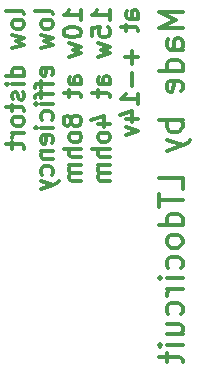
<source format=gbr>
%TF.GenerationSoftware,KiCad,Pcbnew,8.0.3*%
%TF.CreationDate,2025-07-08T18:19:17+07:00*%
%TF.ProjectId,tda2030,74646132-3033-4302-9e6b-696361645f70,rev?*%
%TF.SameCoordinates,Original*%
%TF.FileFunction,Legend,Bot*%
%TF.FilePolarity,Positive*%
%FSLAX46Y46*%
G04 Gerber Fmt 4.6, Leading zero omitted, Abs format (unit mm)*
G04 Created by KiCad (PCBNEW 8.0.3) date 2025-07-08 18:19:17*
%MOMM*%
%LPD*%
G01*
G04 APERTURE LIST*
%ADD10C,0.300000*%
G04 APERTURE END LIST*
D10*
X221989638Y-59093558D02*
X219989638Y-59093558D01*
X219989638Y-59093558D02*
X221418209Y-59760225D01*
X221418209Y-59760225D02*
X219989638Y-60426891D01*
X219989638Y-60426891D02*
X221989638Y-60426891D01*
X221989638Y-62236415D02*
X220942019Y-62236415D01*
X220942019Y-62236415D02*
X220751542Y-62141177D01*
X220751542Y-62141177D02*
X220656304Y-61950701D01*
X220656304Y-61950701D02*
X220656304Y-61569748D01*
X220656304Y-61569748D02*
X220751542Y-61379272D01*
X221894400Y-62236415D02*
X221989638Y-62045939D01*
X221989638Y-62045939D02*
X221989638Y-61569748D01*
X221989638Y-61569748D02*
X221894400Y-61379272D01*
X221894400Y-61379272D02*
X221703923Y-61284034D01*
X221703923Y-61284034D02*
X221513447Y-61284034D01*
X221513447Y-61284034D02*
X221322971Y-61379272D01*
X221322971Y-61379272D02*
X221227733Y-61569748D01*
X221227733Y-61569748D02*
X221227733Y-62045939D01*
X221227733Y-62045939D02*
X221132495Y-62236415D01*
X221989638Y-64045939D02*
X219989638Y-64045939D01*
X221894400Y-64045939D02*
X221989638Y-63855463D01*
X221989638Y-63855463D02*
X221989638Y-63474510D01*
X221989638Y-63474510D02*
X221894400Y-63284034D01*
X221894400Y-63284034D02*
X221799161Y-63188796D01*
X221799161Y-63188796D02*
X221608685Y-63093558D01*
X221608685Y-63093558D02*
X221037257Y-63093558D01*
X221037257Y-63093558D02*
X220846780Y-63188796D01*
X220846780Y-63188796D02*
X220751542Y-63284034D01*
X220751542Y-63284034D02*
X220656304Y-63474510D01*
X220656304Y-63474510D02*
X220656304Y-63855463D01*
X220656304Y-63855463D02*
X220751542Y-64045939D01*
X221894400Y-65760225D02*
X221989638Y-65569749D01*
X221989638Y-65569749D02*
X221989638Y-65188796D01*
X221989638Y-65188796D02*
X221894400Y-64998320D01*
X221894400Y-64998320D02*
X221703923Y-64903082D01*
X221703923Y-64903082D02*
X220942019Y-64903082D01*
X220942019Y-64903082D02*
X220751542Y-64998320D01*
X220751542Y-64998320D02*
X220656304Y-65188796D01*
X220656304Y-65188796D02*
X220656304Y-65569749D01*
X220656304Y-65569749D02*
X220751542Y-65760225D01*
X220751542Y-65760225D02*
X220942019Y-65855463D01*
X220942019Y-65855463D02*
X221132495Y-65855463D01*
X221132495Y-65855463D02*
X221322971Y-64903082D01*
X221989638Y-68236416D02*
X219989638Y-68236416D01*
X220751542Y-68236416D02*
X220656304Y-68426892D01*
X220656304Y-68426892D02*
X220656304Y-68807845D01*
X220656304Y-68807845D02*
X220751542Y-68998321D01*
X220751542Y-68998321D02*
X220846780Y-69093559D01*
X220846780Y-69093559D02*
X221037257Y-69188797D01*
X221037257Y-69188797D02*
X221608685Y-69188797D01*
X221608685Y-69188797D02*
X221799161Y-69093559D01*
X221799161Y-69093559D02*
X221894400Y-68998321D01*
X221894400Y-68998321D02*
X221989638Y-68807845D01*
X221989638Y-68807845D02*
X221989638Y-68426892D01*
X221989638Y-68426892D02*
X221894400Y-68236416D01*
X220656304Y-69855464D02*
X221989638Y-70331654D01*
X220656304Y-70807845D02*
X221989638Y-70331654D01*
X221989638Y-70331654D02*
X222465828Y-70141178D01*
X222465828Y-70141178D02*
X222561066Y-70045940D01*
X222561066Y-70045940D02*
X222656304Y-69855464D01*
X221989638Y-74045941D02*
X221989638Y-73093560D01*
X221989638Y-73093560D02*
X219989638Y-73093560D01*
X219989638Y-74426894D02*
X219989638Y-75569751D01*
X221989638Y-74998322D02*
X219989638Y-74998322D01*
X221989638Y-77093561D02*
X219989638Y-77093561D01*
X221894400Y-77093561D02*
X221989638Y-76903085D01*
X221989638Y-76903085D02*
X221989638Y-76522132D01*
X221989638Y-76522132D02*
X221894400Y-76331656D01*
X221894400Y-76331656D02*
X221799161Y-76236418D01*
X221799161Y-76236418D02*
X221608685Y-76141180D01*
X221608685Y-76141180D02*
X221037257Y-76141180D01*
X221037257Y-76141180D02*
X220846780Y-76236418D01*
X220846780Y-76236418D02*
X220751542Y-76331656D01*
X220751542Y-76331656D02*
X220656304Y-76522132D01*
X220656304Y-76522132D02*
X220656304Y-76903085D01*
X220656304Y-76903085D02*
X220751542Y-77093561D01*
X221989638Y-78331656D02*
X221894400Y-78141180D01*
X221894400Y-78141180D02*
X221799161Y-78045942D01*
X221799161Y-78045942D02*
X221608685Y-77950704D01*
X221608685Y-77950704D02*
X221037257Y-77950704D01*
X221037257Y-77950704D02*
X220846780Y-78045942D01*
X220846780Y-78045942D02*
X220751542Y-78141180D01*
X220751542Y-78141180D02*
X220656304Y-78331656D01*
X220656304Y-78331656D02*
X220656304Y-78617371D01*
X220656304Y-78617371D02*
X220751542Y-78807847D01*
X220751542Y-78807847D02*
X220846780Y-78903085D01*
X220846780Y-78903085D02*
X221037257Y-78998323D01*
X221037257Y-78998323D02*
X221608685Y-78998323D01*
X221608685Y-78998323D02*
X221799161Y-78903085D01*
X221799161Y-78903085D02*
X221894400Y-78807847D01*
X221894400Y-78807847D02*
X221989638Y-78617371D01*
X221989638Y-78617371D02*
X221989638Y-78331656D01*
X221894400Y-80712609D02*
X221989638Y-80522133D01*
X221989638Y-80522133D02*
X221989638Y-80141180D01*
X221989638Y-80141180D02*
X221894400Y-79950704D01*
X221894400Y-79950704D02*
X221799161Y-79855466D01*
X221799161Y-79855466D02*
X221608685Y-79760228D01*
X221608685Y-79760228D02*
X221037257Y-79760228D01*
X221037257Y-79760228D02*
X220846780Y-79855466D01*
X220846780Y-79855466D02*
X220751542Y-79950704D01*
X220751542Y-79950704D02*
X220656304Y-80141180D01*
X220656304Y-80141180D02*
X220656304Y-80522133D01*
X220656304Y-80522133D02*
X220751542Y-80712609D01*
X221989638Y-81569752D02*
X220656304Y-81569752D01*
X219989638Y-81569752D02*
X220084876Y-81474514D01*
X220084876Y-81474514D02*
X220180114Y-81569752D01*
X220180114Y-81569752D02*
X220084876Y-81664990D01*
X220084876Y-81664990D02*
X219989638Y-81569752D01*
X219989638Y-81569752D02*
X220180114Y-81569752D01*
X221989638Y-82522133D02*
X220656304Y-82522133D01*
X221037257Y-82522133D02*
X220846780Y-82617371D01*
X220846780Y-82617371D02*
X220751542Y-82712609D01*
X220751542Y-82712609D02*
X220656304Y-82903085D01*
X220656304Y-82903085D02*
X220656304Y-83093562D01*
X221894400Y-84617371D02*
X221989638Y-84426895D01*
X221989638Y-84426895D02*
X221989638Y-84045942D01*
X221989638Y-84045942D02*
X221894400Y-83855466D01*
X221894400Y-83855466D02*
X221799161Y-83760228D01*
X221799161Y-83760228D02*
X221608685Y-83664990D01*
X221608685Y-83664990D02*
X221037257Y-83664990D01*
X221037257Y-83664990D02*
X220846780Y-83760228D01*
X220846780Y-83760228D02*
X220751542Y-83855466D01*
X220751542Y-83855466D02*
X220656304Y-84045942D01*
X220656304Y-84045942D02*
X220656304Y-84426895D01*
X220656304Y-84426895D02*
X220751542Y-84617371D01*
X220656304Y-86331657D02*
X221989638Y-86331657D01*
X220656304Y-85474514D02*
X221703923Y-85474514D01*
X221703923Y-85474514D02*
X221894400Y-85569752D01*
X221894400Y-85569752D02*
X221989638Y-85760228D01*
X221989638Y-85760228D02*
X221989638Y-86045943D01*
X221989638Y-86045943D02*
X221894400Y-86236419D01*
X221894400Y-86236419D02*
X221799161Y-86331657D01*
X221989638Y-87284038D02*
X220656304Y-87284038D01*
X219989638Y-87284038D02*
X220084876Y-87188800D01*
X220084876Y-87188800D02*
X220180114Y-87284038D01*
X220180114Y-87284038D02*
X220084876Y-87379276D01*
X220084876Y-87379276D02*
X219989638Y-87284038D01*
X219989638Y-87284038D02*
X220180114Y-87284038D01*
X220656304Y-87950705D02*
X220656304Y-88712609D01*
X219989638Y-88236419D02*
X221703923Y-88236419D01*
X221703923Y-88236419D02*
X221894400Y-88331657D01*
X221894400Y-88331657D02*
X221989638Y-88522133D01*
X221989638Y-88522133D02*
X221989638Y-88712609D01*
X208581164Y-59188796D02*
X208509736Y-59045939D01*
X208509736Y-59045939D02*
X208366878Y-58974510D01*
X208366878Y-58974510D02*
X207081164Y-58974510D01*
X208581164Y-59974510D02*
X208509736Y-59831653D01*
X208509736Y-59831653D02*
X208438307Y-59760224D01*
X208438307Y-59760224D02*
X208295450Y-59688796D01*
X208295450Y-59688796D02*
X207866878Y-59688796D01*
X207866878Y-59688796D02*
X207724021Y-59760224D01*
X207724021Y-59760224D02*
X207652593Y-59831653D01*
X207652593Y-59831653D02*
X207581164Y-59974510D01*
X207581164Y-59974510D02*
X207581164Y-60188796D01*
X207581164Y-60188796D02*
X207652593Y-60331653D01*
X207652593Y-60331653D02*
X207724021Y-60403082D01*
X207724021Y-60403082D02*
X207866878Y-60474510D01*
X207866878Y-60474510D02*
X208295450Y-60474510D01*
X208295450Y-60474510D02*
X208438307Y-60403082D01*
X208438307Y-60403082D02*
X208509736Y-60331653D01*
X208509736Y-60331653D02*
X208581164Y-60188796D01*
X208581164Y-60188796D02*
X208581164Y-59974510D01*
X207581164Y-60974510D02*
X208581164Y-61260225D01*
X208581164Y-61260225D02*
X207866878Y-61545939D01*
X207866878Y-61545939D02*
X208581164Y-61831653D01*
X208581164Y-61831653D02*
X207581164Y-62117367D01*
X208581164Y-64474511D02*
X207081164Y-64474511D01*
X208509736Y-64474511D02*
X208581164Y-64331653D01*
X208581164Y-64331653D02*
X208581164Y-64045939D01*
X208581164Y-64045939D02*
X208509736Y-63903082D01*
X208509736Y-63903082D02*
X208438307Y-63831653D01*
X208438307Y-63831653D02*
X208295450Y-63760225D01*
X208295450Y-63760225D02*
X207866878Y-63760225D01*
X207866878Y-63760225D02*
X207724021Y-63831653D01*
X207724021Y-63831653D02*
X207652593Y-63903082D01*
X207652593Y-63903082D02*
X207581164Y-64045939D01*
X207581164Y-64045939D02*
X207581164Y-64331653D01*
X207581164Y-64331653D02*
X207652593Y-64474511D01*
X208581164Y-65188796D02*
X207581164Y-65188796D01*
X207081164Y-65188796D02*
X207152593Y-65117368D01*
X207152593Y-65117368D02*
X207224021Y-65188796D01*
X207224021Y-65188796D02*
X207152593Y-65260225D01*
X207152593Y-65260225D02*
X207081164Y-65188796D01*
X207081164Y-65188796D02*
X207224021Y-65188796D01*
X208509736Y-65831654D02*
X208581164Y-65974511D01*
X208581164Y-65974511D02*
X208581164Y-66260225D01*
X208581164Y-66260225D02*
X208509736Y-66403082D01*
X208509736Y-66403082D02*
X208366878Y-66474511D01*
X208366878Y-66474511D02*
X208295450Y-66474511D01*
X208295450Y-66474511D02*
X208152593Y-66403082D01*
X208152593Y-66403082D02*
X208081164Y-66260225D01*
X208081164Y-66260225D02*
X208081164Y-66045940D01*
X208081164Y-66045940D02*
X208009736Y-65903082D01*
X208009736Y-65903082D02*
X207866878Y-65831654D01*
X207866878Y-65831654D02*
X207795450Y-65831654D01*
X207795450Y-65831654D02*
X207652593Y-65903082D01*
X207652593Y-65903082D02*
X207581164Y-66045940D01*
X207581164Y-66045940D02*
X207581164Y-66260225D01*
X207581164Y-66260225D02*
X207652593Y-66403082D01*
X207581164Y-66903083D02*
X207581164Y-67474511D01*
X207081164Y-67117368D02*
X208366878Y-67117368D01*
X208366878Y-67117368D02*
X208509736Y-67188797D01*
X208509736Y-67188797D02*
X208581164Y-67331654D01*
X208581164Y-67331654D02*
X208581164Y-67474511D01*
X208581164Y-68188797D02*
X208509736Y-68045940D01*
X208509736Y-68045940D02*
X208438307Y-67974511D01*
X208438307Y-67974511D02*
X208295450Y-67903083D01*
X208295450Y-67903083D02*
X207866878Y-67903083D01*
X207866878Y-67903083D02*
X207724021Y-67974511D01*
X207724021Y-67974511D02*
X207652593Y-68045940D01*
X207652593Y-68045940D02*
X207581164Y-68188797D01*
X207581164Y-68188797D02*
X207581164Y-68403083D01*
X207581164Y-68403083D02*
X207652593Y-68545940D01*
X207652593Y-68545940D02*
X207724021Y-68617369D01*
X207724021Y-68617369D02*
X207866878Y-68688797D01*
X207866878Y-68688797D02*
X208295450Y-68688797D01*
X208295450Y-68688797D02*
X208438307Y-68617369D01*
X208438307Y-68617369D02*
X208509736Y-68545940D01*
X208509736Y-68545940D02*
X208581164Y-68403083D01*
X208581164Y-68403083D02*
X208581164Y-68188797D01*
X208581164Y-69331654D02*
X207581164Y-69331654D01*
X207866878Y-69331654D02*
X207724021Y-69403083D01*
X207724021Y-69403083D02*
X207652593Y-69474512D01*
X207652593Y-69474512D02*
X207581164Y-69617369D01*
X207581164Y-69617369D02*
X207581164Y-69760226D01*
X207581164Y-70045940D02*
X207581164Y-70617368D01*
X207081164Y-70260225D02*
X208366878Y-70260225D01*
X208366878Y-70260225D02*
X208509736Y-70331654D01*
X208509736Y-70331654D02*
X208581164Y-70474511D01*
X208581164Y-70474511D02*
X208581164Y-70617368D01*
X210996080Y-59188796D02*
X210924652Y-59045939D01*
X210924652Y-59045939D02*
X210781794Y-58974510D01*
X210781794Y-58974510D02*
X209496080Y-58974510D01*
X210996080Y-59974510D02*
X210924652Y-59831653D01*
X210924652Y-59831653D02*
X210853223Y-59760224D01*
X210853223Y-59760224D02*
X210710366Y-59688796D01*
X210710366Y-59688796D02*
X210281794Y-59688796D01*
X210281794Y-59688796D02*
X210138937Y-59760224D01*
X210138937Y-59760224D02*
X210067509Y-59831653D01*
X210067509Y-59831653D02*
X209996080Y-59974510D01*
X209996080Y-59974510D02*
X209996080Y-60188796D01*
X209996080Y-60188796D02*
X210067509Y-60331653D01*
X210067509Y-60331653D02*
X210138937Y-60403082D01*
X210138937Y-60403082D02*
X210281794Y-60474510D01*
X210281794Y-60474510D02*
X210710366Y-60474510D01*
X210710366Y-60474510D02*
X210853223Y-60403082D01*
X210853223Y-60403082D02*
X210924652Y-60331653D01*
X210924652Y-60331653D02*
X210996080Y-60188796D01*
X210996080Y-60188796D02*
X210996080Y-59974510D01*
X209996080Y-60974510D02*
X210996080Y-61260225D01*
X210996080Y-61260225D02*
X210281794Y-61545939D01*
X210281794Y-61545939D02*
X210996080Y-61831653D01*
X210996080Y-61831653D02*
X209996080Y-62117367D01*
X210924652Y-64403082D02*
X210996080Y-64260225D01*
X210996080Y-64260225D02*
X210996080Y-63974511D01*
X210996080Y-63974511D02*
X210924652Y-63831653D01*
X210924652Y-63831653D02*
X210781794Y-63760225D01*
X210781794Y-63760225D02*
X210210366Y-63760225D01*
X210210366Y-63760225D02*
X210067509Y-63831653D01*
X210067509Y-63831653D02*
X209996080Y-63974511D01*
X209996080Y-63974511D02*
X209996080Y-64260225D01*
X209996080Y-64260225D02*
X210067509Y-64403082D01*
X210067509Y-64403082D02*
X210210366Y-64474511D01*
X210210366Y-64474511D02*
X210353223Y-64474511D01*
X210353223Y-64474511D02*
X210496080Y-63760225D01*
X209996080Y-64903082D02*
X209996080Y-65474510D01*
X210996080Y-65117367D02*
X209710366Y-65117367D01*
X209710366Y-65117367D02*
X209567509Y-65188796D01*
X209567509Y-65188796D02*
X209496080Y-65331653D01*
X209496080Y-65331653D02*
X209496080Y-65474510D01*
X209996080Y-65760225D02*
X209996080Y-66331653D01*
X210996080Y-65974510D02*
X209710366Y-65974510D01*
X209710366Y-65974510D02*
X209567509Y-66045939D01*
X209567509Y-66045939D02*
X209496080Y-66188796D01*
X209496080Y-66188796D02*
X209496080Y-66331653D01*
X210996080Y-66831653D02*
X209996080Y-66831653D01*
X209496080Y-66831653D02*
X209567509Y-66760225D01*
X209567509Y-66760225D02*
X209638937Y-66831653D01*
X209638937Y-66831653D02*
X209567509Y-66903082D01*
X209567509Y-66903082D02*
X209496080Y-66831653D01*
X209496080Y-66831653D02*
X209638937Y-66831653D01*
X210924652Y-68188797D02*
X210996080Y-68045939D01*
X210996080Y-68045939D02*
X210996080Y-67760225D01*
X210996080Y-67760225D02*
X210924652Y-67617368D01*
X210924652Y-67617368D02*
X210853223Y-67545939D01*
X210853223Y-67545939D02*
X210710366Y-67474511D01*
X210710366Y-67474511D02*
X210281794Y-67474511D01*
X210281794Y-67474511D02*
X210138937Y-67545939D01*
X210138937Y-67545939D02*
X210067509Y-67617368D01*
X210067509Y-67617368D02*
X209996080Y-67760225D01*
X209996080Y-67760225D02*
X209996080Y-68045939D01*
X209996080Y-68045939D02*
X210067509Y-68188797D01*
X210996080Y-68831653D02*
X209996080Y-68831653D01*
X209496080Y-68831653D02*
X209567509Y-68760225D01*
X209567509Y-68760225D02*
X209638937Y-68831653D01*
X209638937Y-68831653D02*
X209567509Y-68903082D01*
X209567509Y-68903082D02*
X209496080Y-68831653D01*
X209496080Y-68831653D02*
X209638937Y-68831653D01*
X210924652Y-70117368D02*
X210996080Y-69974511D01*
X210996080Y-69974511D02*
X210996080Y-69688797D01*
X210996080Y-69688797D02*
X210924652Y-69545939D01*
X210924652Y-69545939D02*
X210781794Y-69474511D01*
X210781794Y-69474511D02*
X210210366Y-69474511D01*
X210210366Y-69474511D02*
X210067509Y-69545939D01*
X210067509Y-69545939D02*
X209996080Y-69688797D01*
X209996080Y-69688797D02*
X209996080Y-69974511D01*
X209996080Y-69974511D02*
X210067509Y-70117368D01*
X210067509Y-70117368D02*
X210210366Y-70188797D01*
X210210366Y-70188797D02*
X210353223Y-70188797D01*
X210353223Y-70188797D02*
X210496080Y-69474511D01*
X209996080Y-70831653D02*
X210996080Y-70831653D01*
X210138937Y-70831653D02*
X210067509Y-70903082D01*
X210067509Y-70903082D02*
X209996080Y-71045939D01*
X209996080Y-71045939D02*
X209996080Y-71260225D01*
X209996080Y-71260225D02*
X210067509Y-71403082D01*
X210067509Y-71403082D02*
X210210366Y-71474511D01*
X210210366Y-71474511D02*
X210996080Y-71474511D01*
X210924652Y-72831654D02*
X210996080Y-72688796D01*
X210996080Y-72688796D02*
X210996080Y-72403082D01*
X210996080Y-72403082D02*
X210924652Y-72260225D01*
X210924652Y-72260225D02*
X210853223Y-72188796D01*
X210853223Y-72188796D02*
X210710366Y-72117368D01*
X210710366Y-72117368D02*
X210281794Y-72117368D01*
X210281794Y-72117368D02*
X210138937Y-72188796D01*
X210138937Y-72188796D02*
X210067509Y-72260225D01*
X210067509Y-72260225D02*
X209996080Y-72403082D01*
X209996080Y-72403082D02*
X209996080Y-72688796D01*
X209996080Y-72688796D02*
X210067509Y-72831654D01*
X209996080Y-73331653D02*
X210996080Y-73688796D01*
X209996080Y-74045939D02*
X210996080Y-73688796D01*
X210996080Y-73688796D02*
X211353223Y-73545939D01*
X211353223Y-73545939D02*
X211424652Y-73474510D01*
X211424652Y-73474510D02*
X211496080Y-73331653D01*
X213410996Y-59760225D02*
X213410996Y-58903082D01*
X213410996Y-59331653D02*
X211910996Y-59331653D01*
X211910996Y-59331653D02*
X212125282Y-59188796D01*
X212125282Y-59188796D02*
X212268139Y-59045939D01*
X212268139Y-59045939D02*
X212339568Y-58903082D01*
X211910996Y-60688796D02*
X211910996Y-60831653D01*
X211910996Y-60831653D02*
X211982425Y-60974510D01*
X211982425Y-60974510D02*
X212053853Y-61045939D01*
X212053853Y-61045939D02*
X212196710Y-61117367D01*
X212196710Y-61117367D02*
X212482425Y-61188796D01*
X212482425Y-61188796D02*
X212839568Y-61188796D01*
X212839568Y-61188796D02*
X213125282Y-61117367D01*
X213125282Y-61117367D02*
X213268139Y-61045939D01*
X213268139Y-61045939D02*
X213339568Y-60974510D01*
X213339568Y-60974510D02*
X213410996Y-60831653D01*
X213410996Y-60831653D02*
X213410996Y-60688796D01*
X213410996Y-60688796D02*
X213339568Y-60545939D01*
X213339568Y-60545939D02*
X213268139Y-60474510D01*
X213268139Y-60474510D02*
X213125282Y-60403081D01*
X213125282Y-60403081D02*
X212839568Y-60331653D01*
X212839568Y-60331653D02*
X212482425Y-60331653D01*
X212482425Y-60331653D02*
X212196710Y-60403081D01*
X212196710Y-60403081D02*
X212053853Y-60474510D01*
X212053853Y-60474510D02*
X211982425Y-60545939D01*
X211982425Y-60545939D02*
X211910996Y-60688796D01*
X212410996Y-61688795D02*
X213410996Y-61974510D01*
X213410996Y-61974510D02*
X212696710Y-62260224D01*
X212696710Y-62260224D02*
X213410996Y-62545938D01*
X213410996Y-62545938D02*
X212410996Y-62831652D01*
X213410996Y-65188796D02*
X212625282Y-65188796D01*
X212625282Y-65188796D02*
X212482425Y-65117367D01*
X212482425Y-65117367D02*
X212410996Y-64974510D01*
X212410996Y-64974510D02*
X212410996Y-64688796D01*
X212410996Y-64688796D02*
X212482425Y-64545938D01*
X213339568Y-65188796D02*
X213410996Y-65045938D01*
X213410996Y-65045938D02*
X213410996Y-64688796D01*
X213410996Y-64688796D02*
X213339568Y-64545938D01*
X213339568Y-64545938D02*
X213196710Y-64474510D01*
X213196710Y-64474510D02*
X213053853Y-64474510D01*
X213053853Y-64474510D02*
X212910996Y-64545938D01*
X212910996Y-64545938D02*
X212839568Y-64688796D01*
X212839568Y-64688796D02*
X212839568Y-65045938D01*
X212839568Y-65045938D02*
X212768139Y-65188796D01*
X212410996Y-65688796D02*
X212410996Y-66260224D01*
X211910996Y-65903081D02*
X213196710Y-65903081D01*
X213196710Y-65903081D02*
X213339568Y-65974510D01*
X213339568Y-65974510D02*
X213410996Y-66117367D01*
X213410996Y-66117367D02*
X213410996Y-66260224D01*
X212553853Y-68117367D02*
X212482425Y-67974510D01*
X212482425Y-67974510D02*
X212410996Y-67903081D01*
X212410996Y-67903081D02*
X212268139Y-67831653D01*
X212268139Y-67831653D02*
X212196710Y-67831653D01*
X212196710Y-67831653D02*
X212053853Y-67903081D01*
X212053853Y-67903081D02*
X211982425Y-67974510D01*
X211982425Y-67974510D02*
X211910996Y-68117367D01*
X211910996Y-68117367D02*
X211910996Y-68403081D01*
X211910996Y-68403081D02*
X211982425Y-68545939D01*
X211982425Y-68545939D02*
X212053853Y-68617367D01*
X212053853Y-68617367D02*
X212196710Y-68688796D01*
X212196710Y-68688796D02*
X212268139Y-68688796D01*
X212268139Y-68688796D02*
X212410996Y-68617367D01*
X212410996Y-68617367D02*
X212482425Y-68545939D01*
X212482425Y-68545939D02*
X212553853Y-68403081D01*
X212553853Y-68403081D02*
X212553853Y-68117367D01*
X212553853Y-68117367D02*
X212625282Y-67974510D01*
X212625282Y-67974510D02*
X212696710Y-67903081D01*
X212696710Y-67903081D02*
X212839568Y-67831653D01*
X212839568Y-67831653D02*
X213125282Y-67831653D01*
X213125282Y-67831653D02*
X213268139Y-67903081D01*
X213268139Y-67903081D02*
X213339568Y-67974510D01*
X213339568Y-67974510D02*
X213410996Y-68117367D01*
X213410996Y-68117367D02*
X213410996Y-68403081D01*
X213410996Y-68403081D02*
X213339568Y-68545939D01*
X213339568Y-68545939D02*
X213268139Y-68617367D01*
X213268139Y-68617367D02*
X213125282Y-68688796D01*
X213125282Y-68688796D02*
X212839568Y-68688796D01*
X212839568Y-68688796D02*
X212696710Y-68617367D01*
X212696710Y-68617367D02*
X212625282Y-68545939D01*
X212625282Y-68545939D02*
X212553853Y-68403081D01*
X213410996Y-69545938D02*
X213339568Y-69403081D01*
X213339568Y-69403081D02*
X213268139Y-69331652D01*
X213268139Y-69331652D02*
X213125282Y-69260224D01*
X213125282Y-69260224D02*
X212696710Y-69260224D01*
X212696710Y-69260224D02*
X212553853Y-69331652D01*
X212553853Y-69331652D02*
X212482425Y-69403081D01*
X212482425Y-69403081D02*
X212410996Y-69545938D01*
X212410996Y-69545938D02*
X212410996Y-69760224D01*
X212410996Y-69760224D02*
X212482425Y-69903081D01*
X212482425Y-69903081D02*
X212553853Y-69974510D01*
X212553853Y-69974510D02*
X212696710Y-70045938D01*
X212696710Y-70045938D02*
X213125282Y-70045938D01*
X213125282Y-70045938D02*
X213268139Y-69974510D01*
X213268139Y-69974510D02*
X213339568Y-69903081D01*
X213339568Y-69903081D02*
X213410996Y-69760224D01*
X213410996Y-69760224D02*
X213410996Y-69545938D01*
X213410996Y-70688795D02*
X211910996Y-70688795D01*
X213410996Y-71331653D02*
X212625282Y-71331653D01*
X212625282Y-71331653D02*
X212482425Y-71260224D01*
X212482425Y-71260224D02*
X212410996Y-71117367D01*
X212410996Y-71117367D02*
X212410996Y-70903081D01*
X212410996Y-70903081D02*
X212482425Y-70760224D01*
X212482425Y-70760224D02*
X212553853Y-70688795D01*
X213410996Y-72045938D02*
X212410996Y-72045938D01*
X212553853Y-72045938D02*
X212482425Y-72117367D01*
X212482425Y-72117367D02*
X212410996Y-72260224D01*
X212410996Y-72260224D02*
X212410996Y-72474510D01*
X212410996Y-72474510D02*
X212482425Y-72617367D01*
X212482425Y-72617367D02*
X212625282Y-72688796D01*
X212625282Y-72688796D02*
X213410996Y-72688796D01*
X212625282Y-72688796D02*
X212482425Y-72760224D01*
X212482425Y-72760224D02*
X212410996Y-72903081D01*
X212410996Y-72903081D02*
X212410996Y-73117367D01*
X212410996Y-73117367D02*
X212482425Y-73260224D01*
X212482425Y-73260224D02*
X212625282Y-73331653D01*
X212625282Y-73331653D02*
X213410996Y-73331653D01*
X215825912Y-59760225D02*
X215825912Y-58903082D01*
X215825912Y-59331653D02*
X214325912Y-59331653D01*
X214325912Y-59331653D02*
X214540198Y-59188796D01*
X214540198Y-59188796D02*
X214683055Y-59045939D01*
X214683055Y-59045939D02*
X214754484Y-58903082D01*
X214325912Y-61117367D02*
X214325912Y-60403081D01*
X214325912Y-60403081D02*
X215040198Y-60331653D01*
X215040198Y-60331653D02*
X214968769Y-60403081D01*
X214968769Y-60403081D02*
X214897341Y-60545939D01*
X214897341Y-60545939D02*
X214897341Y-60903081D01*
X214897341Y-60903081D02*
X214968769Y-61045939D01*
X214968769Y-61045939D02*
X215040198Y-61117367D01*
X215040198Y-61117367D02*
X215183055Y-61188796D01*
X215183055Y-61188796D02*
X215540198Y-61188796D01*
X215540198Y-61188796D02*
X215683055Y-61117367D01*
X215683055Y-61117367D02*
X215754484Y-61045939D01*
X215754484Y-61045939D02*
X215825912Y-60903081D01*
X215825912Y-60903081D02*
X215825912Y-60545939D01*
X215825912Y-60545939D02*
X215754484Y-60403081D01*
X215754484Y-60403081D02*
X215683055Y-60331653D01*
X214825912Y-61688795D02*
X215825912Y-61974510D01*
X215825912Y-61974510D02*
X215111626Y-62260224D01*
X215111626Y-62260224D02*
X215825912Y-62545938D01*
X215825912Y-62545938D02*
X214825912Y-62831652D01*
X215825912Y-65188796D02*
X215040198Y-65188796D01*
X215040198Y-65188796D02*
X214897341Y-65117367D01*
X214897341Y-65117367D02*
X214825912Y-64974510D01*
X214825912Y-64974510D02*
X214825912Y-64688796D01*
X214825912Y-64688796D02*
X214897341Y-64545938D01*
X215754484Y-65188796D02*
X215825912Y-65045938D01*
X215825912Y-65045938D02*
X215825912Y-64688796D01*
X215825912Y-64688796D02*
X215754484Y-64545938D01*
X215754484Y-64545938D02*
X215611626Y-64474510D01*
X215611626Y-64474510D02*
X215468769Y-64474510D01*
X215468769Y-64474510D02*
X215325912Y-64545938D01*
X215325912Y-64545938D02*
X215254484Y-64688796D01*
X215254484Y-64688796D02*
X215254484Y-65045938D01*
X215254484Y-65045938D02*
X215183055Y-65188796D01*
X214825912Y-65688796D02*
X214825912Y-66260224D01*
X214325912Y-65903081D02*
X215611626Y-65903081D01*
X215611626Y-65903081D02*
X215754484Y-65974510D01*
X215754484Y-65974510D02*
X215825912Y-66117367D01*
X215825912Y-66117367D02*
X215825912Y-66260224D01*
X214825912Y-68545939D02*
X215825912Y-68545939D01*
X214254484Y-68188796D02*
X215325912Y-67831653D01*
X215325912Y-67831653D02*
X215325912Y-68760224D01*
X215825912Y-69545938D02*
X215754484Y-69403081D01*
X215754484Y-69403081D02*
X215683055Y-69331652D01*
X215683055Y-69331652D02*
X215540198Y-69260224D01*
X215540198Y-69260224D02*
X215111626Y-69260224D01*
X215111626Y-69260224D02*
X214968769Y-69331652D01*
X214968769Y-69331652D02*
X214897341Y-69403081D01*
X214897341Y-69403081D02*
X214825912Y-69545938D01*
X214825912Y-69545938D02*
X214825912Y-69760224D01*
X214825912Y-69760224D02*
X214897341Y-69903081D01*
X214897341Y-69903081D02*
X214968769Y-69974510D01*
X214968769Y-69974510D02*
X215111626Y-70045938D01*
X215111626Y-70045938D02*
X215540198Y-70045938D01*
X215540198Y-70045938D02*
X215683055Y-69974510D01*
X215683055Y-69974510D02*
X215754484Y-69903081D01*
X215754484Y-69903081D02*
X215825912Y-69760224D01*
X215825912Y-69760224D02*
X215825912Y-69545938D01*
X215825912Y-70688795D02*
X214325912Y-70688795D01*
X215825912Y-71331653D02*
X215040198Y-71331653D01*
X215040198Y-71331653D02*
X214897341Y-71260224D01*
X214897341Y-71260224D02*
X214825912Y-71117367D01*
X214825912Y-71117367D02*
X214825912Y-70903081D01*
X214825912Y-70903081D02*
X214897341Y-70760224D01*
X214897341Y-70760224D02*
X214968769Y-70688795D01*
X215825912Y-72045938D02*
X214825912Y-72045938D01*
X214968769Y-72045938D02*
X214897341Y-72117367D01*
X214897341Y-72117367D02*
X214825912Y-72260224D01*
X214825912Y-72260224D02*
X214825912Y-72474510D01*
X214825912Y-72474510D02*
X214897341Y-72617367D01*
X214897341Y-72617367D02*
X215040198Y-72688796D01*
X215040198Y-72688796D02*
X215825912Y-72688796D01*
X215040198Y-72688796D02*
X214897341Y-72760224D01*
X214897341Y-72760224D02*
X214825912Y-72903081D01*
X214825912Y-72903081D02*
X214825912Y-73117367D01*
X214825912Y-73117367D02*
X214897341Y-73260224D01*
X214897341Y-73260224D02*
X215040198Y-73331653D01*
X215040198Y-73331653D02*
X215825912Y-73331653D01*
X218240828Y-59617368D02*
X217455114Y-59617368D01*
X217455114Y-59617368D02*
X217312257Y-59545939D01*
X217312257Y-59545939D02*
X217240828Y-59403082D01*
X217240828Y-59403082D02*
X217240828Y-59117368D01*
X217240828Y-59117368D02*
X217312257Y-58974510D01*
X218169400Y-59617368D02*
X218240828Y-59474510D01*
X218240828Y-59474510D02*
X218240828Y-59117368D01*
X218240828Y-59117368D02*
X218169400Y-58974510D01*
X218169400Y-58974510D02*
X218026542Y-58903082D01*
X218026542Y-58903082D02*
X217883685Y-58903082D01*
X217883685Y-58903082D02*
X217740828Y-58974510D01*
X217740828Y-58974510D02*
X217669400Y-59117368D01*
X217669400Y-59117368D02*
X217669400Y-59474510D01*
X217669400Y-59474510D02*
X217597971Y-59617368D01*
X217240828Y-60117368D02*
X217240828Y-60688796D01*
X216740828Y-60331653D02*
X218026542Y-60331653D01*
X218026542Y-60331653D02*
X218169400Y-60403082D01*
X218169400Y-60403082D02*
X218240828Y-60545939D01*
X218240828Y-60545939D02*
X218240828Y-60688796D01*
X217669400Y-62331653D02*
X217669400Y-63474511D01*
X218240828Y-62903082D02*
X217097971Y-62903082D01*
X217669400Y-64188796D02*
X217669400Y-65331654D01*
X218240828Y-66831654D02*
X218240828Y-65974511D01*
X218240828Y-66403082D02*
X216740828Y-66403082D01*
X216740828Y-66403082D02*
X216955114Y-66260225D01*
X216955114Y-66260225D02*
X217097971Y-66117368D01*
X217097971Y-66117368D02*
X217169400Y-65974511D01*
X217240828Y-68117368D02*
X218240828Y-68117368D01*
X216669400Y-67760225D02*
X217740828Y-67403082D01*
X217740828Y-67403082D02*
X217740828Y-68331653D01*
X217240828Y-68760224D02*
X218240828Y-69117367D01*
X218240828Y-69117367D02*
X217240828Y-69474510D01*
M02*

</source>
